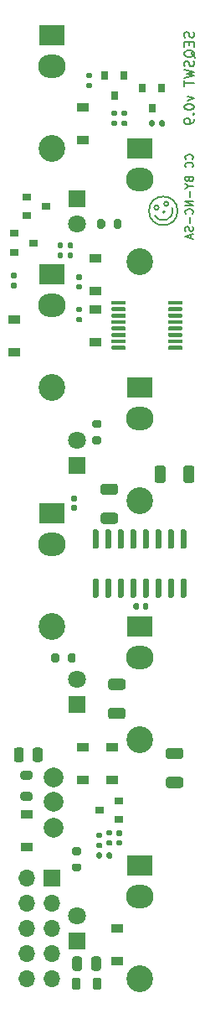
<source format=gbr>
G04 #@! TF.GenerationSoftware,KiCad,Pcbnew,(5.1.9)-1*
G04 #@! TF.CreationDate,2021-08-04T02:23:12+02:00*
G04 #@! TF.ProjectId,sequswit,73657175-7377-4697-942e-6b696361645f,rev?*
G04 #@! TF.SameCoordinates,Original*
G04 #@! TF.FileFunction,Soldermask,Bot*
G04 #@! TF.FilePolarity,Negative*
%FSLAX46Y46*%
G04 Gerber Fmt 4.6, Leading zero omitted, Abs format (unit mm)*
G04 Created by KiCad (PCBNEW (5.1.9)-1) date 2021-08-04 02:23:12*
%MOMM*%
%LPD*%
G01*
G04 APERTURE LIST*
%ADD10C,0.150000*%
%ADD11C,2.000000*%
%ADD12R,1.200000X0.900000*%
%ADD13O,1.700000X1.700000*%
%ADD14R,1.700000X1.700000*%
%ADD15C,1.800000*%
%ADD16R,1.800000X1.800000*%
%ADD17R,0.900000X0.800000*%
%ADD18R,0.800000X0.900000*%
%ADD19O,2.800000X2.350000*%
%ADD20R,2.600000X2.150000*%
%ADD21C,2.700000*%
G04 APERTURE END LIST*
D10*
X259365714Y-93802666D02*
X259403809Y-93764571D01*
X259441904Y-93650285D01*
X259441904Y-93574095D01*
X259403809Y-93459809D01*
X259327619Y-93383619D01*
X259251428Y-93345523D01*
X259099047Y-93307428D01*
X258984761Y-93307428D01*
X258832380Y-93345523D01*
X258756190Y-93383619D01*
X258680000Y-93459809D01*
X258641904Y-93574095D01*
X258641904Y-93650285D01*
X258680000Y-93764571D01*
X258718095Y-93802666D01*
X259365714Y-94602666D02*
X259403809Y-94564571D01*
X259441904Y-94450285D01*
X259441904Y-94374095D01*
X259403809Y-94259809D01*
X259327619Y-94183619D01*
X259251428Y-94145523D01*
X259099047Y-94107428D01*
X258984761Y-94107428D01*
X258832380Y-94145523D01*
X258756190Y-94183619D01*
X258680000Y-94259809D01*
X258641904Y-94374095D01*
X258641904Y-94450285D01*
X258680000Y-94564571D01*
X258718095Y-94602666D01*
X259022857Y-95821714D02*
X259060952Y-95936000D01*
X259099047Y-95974095D01*
X259175238Y-96012190D01*
X259289523Y-96012190D01*
X259365714Y-95974095D01*
X259403809Y-95936000D01*
X259441904Y-95859809D01*
X259441904Y-95555047D01*
X258641904Y-95555047D01*
X258641904Y-95821714D01*
X258680000Y-95897904D01*
X258718095Y-95936000D01*
X258794285Y-95974095D01*
X258870476Y-95974095D01*
X258946666Y-95936000D01*
X258984761Y-95897904D01*
X259022857Y-95821714D01*
X259022857Y-95555047D01*
X259060952Y-96507428D02*
X259441904Y-96507428D01*
X258641904Y-96240761D02*
X259060952Y-96507428D01*
X258641904Y-96774095D01*
X259137142Y-97040761D02*
X259137142Y-97650285D01*
X259441904Y-98031238D02*
X258641904Y-98031238D01*
X259441904Y-98488380D01*
X258641904Y-98488380D01*
X259365714Y-99326476D02*
X259403809Y-99288380D01*
X259441904Y-99174095D01*
X259441904Y-99097904D01*
X259403809Y-98983619D01*
X259327619Y-98907428D01*
X259251428Y-98869333D01*
X259099047Y-98831238D01*
X258984761Y-98831238D01*
X258832380Y-98869333D01*
X258756190Y-98907428D01*
X258680000Y-98983619D01*
X258641904Y-99097904D01*
X258641904Y-99174095D01*
X258680000Y-99288380D01*
X258718095Y-99326476D01*
X259137142Y-99669333D02*
X259137142Y-100278857D01*
X259403809Y-100621714D02*
X259441904Y-100736000D01*
X259441904Y-100926476D01*
X259403809Y-101002666D01*
X259365714Y-101040761D01*
X259289523Y-101078857D01*
X259213333Y-101078857D01*
X259137142Y-101040761D01*
X259099047Y-101002666D01*
X259060952Y-100926476D01*
X259022857Y-100774095D01*
X258984761Y-100697904D01*
X258946666Y-100659809D01*
X258870476Y-100621714D01*
X258794285Y-100621714D01*
X258718095Y-100659809D01*
X258680000Y-100697904D01*
X258641904Y-100774095D01*
X258641904Y-100964571D01*
X258680000Y-101078857D01*
X259213333Y-101383619D02*
X259213333Y-101764571D01*
X259441904Y-101307428D02*
X258641904Y-101574095D01*
X259441904Y-101840761D01*
X256566303Y-99123500D02*
G75*
G03*
X256566303Y-99123500I-89803J0D01*
G01*
X259484761Y-80955142D02*
X259532380Y-81098000D01*
X259532380Y-81336095D01*
X259484761Y-81431333D01*
X259437142Y-81478952D01*
X259341904Y-81526571D01*
X259246666Y-81526571D01*
X259151428Y-81478952D01*
X259103809Y-81431333D01*
X259056190Y-81336095D01*
X259008571Y-81145619D01*
X258960952Y-81050380D01*
X258913333Y-81002761D01*
X258818095Y-80955142D01*
X258722857Y-80955142D01*
X258627619Y-81002761D01*
X258580000Y-81050380D01*
X258532380Y-81145619D01*
X258532380Y-81383714D01*
X258580000Y-81526571D01*
X259008571Y-81955142D02*
X259008571Y-82288476D01*
X259532380Y-82431333D02*
X259532380Y-81955142D01*
X258532380Y-81955142D01*
X258532380Y-82431333D01*
X259627619Y-83526571D02*
X259580000Y-83431333D01*
X259484761Y-83336095D01*
X259341904Y-83193238D01*
X259294285Y-83098000D01*
X259294285Y-83002761D01*
X259532380Y-83050380D02*
X259484761Y-82955142D01*
X259389523Y-82859904D01*
X259199047Y-82812285D01*
X258865714Y-82812285D01*
X258675238Y-82859904D01*
X258580000Y-82955142D01*
X258532380Y-83050380D01*
X258532380Y-83240857D01*
X258580000Y-83336095D01*
X258675238Y-83431333D01*
X258865714Y-83478952D01*
X259199047Y-83478952D01*
X259389523Y-83431333D01*
X259484761Y-83336095D01*
X259532380Y-83240857D01*
X259532380Y-83050380D01*
X259484761Y-83859904D02*
X259532380Y-84002761D01*
X259532380Y-84240857D01*
X259484761Y-84336095D01*
X259437142Y-84383714D01*
X259341904Y-84431333D01*
X259246666Y-84431333D01*
X259151428Y-84383714D01*
X259103809Y-84336095D01*
X259056190Y-84240857D01*
X259008571Y-84050380D01*
X258960952Y-83955142D01*
X258913333Y-83907523D01*
X258818095Y-83859904D01*
X258722857Y-83859904D01*
X258627619Y-83907523D01*
X258580000Y-83955142D01*
X258532380Y-84050380D01*
X258532380Y-84288476D01*
X258580000Y-84431333D01*
X258532380Y-84764666D02*
X259532380Y-85002761D01*
X258818095Y-85193238D01*
X259532380Y-85383714D01*
X258532380Y-85621809D01*
X258532380Y-85859904D02*
X258532380Y-86431333D01*
X259532380Y-86145619D02*
X258532380Y-86145619D01*
X258865714Y-87431333D02*
X259532380Y-87669428D01*
X258865714Y-87907523D01*
X258532380Y-88478952D02*
X258532380Y-88574190D01*
X258580000Y-88669428D01*
X258627619Y-88717047D01*
X258722857Y-88764666D01*
X258913333Y-88812285D01*
X259151428Y-88812285D01*
X259341904Y-88764666D01*
X259437142Y-88717047D01*
X259484761Y-88669428D01*
X259532380Y-88574190D01*
X259532380Y-88478952D01*
X259484761Y-88383714D01*
X259437142Y-88336095D01*
X259341904Y-88288476D01*
X259151428Y-88240857D01*
X258913333Y-88240857D01*
X258722857Y-88288476D01*
X258627619Y-88336095D01*
X258580000Y-88383714D01*
X258532380Y-88478952D01*
X259437142Y-89240857D02*
X259484761Y-89288476D01*
X259532380Y-89240857D01*
X259484761Y-89193238D01*
X259437142Y-89240857D01*
X259532380Y-89240857D01*
X259532380Y-89764666D02*
X259532380Y-89955142D01*
X259484761Y-90050380D01*
X259437142Y-90098000D01*
X259294285Y-90193238D01*
X259103809Y-90240857D01*
X258722857Y-90240857D01*
X258627619Y-90193238D01*
X258580000Y-90145619D01*
X258532380Y-90050380D01*
X258532380Y-89859904D01*
X258580000Y-89764666D01*
X258627619Y-89717047D01*
X258722857Y-89669428D01*
X258960952Y-89669428D01*
X259056190Y-89717047D01*
X259103809Y-89764666D01*
X259151428Y-89859904D01*
X259151428Y-90050380D01*
X259103809Y-90145619D01*
X259056190Y-90193238D01*
X258960952Y-90240857D01*
X255943453Y-98679000D02*
G75*
G03*
X255943453Y-98679000I-228953J0D01*
G01*
X256959453Y-98298000D02*
G75*
G03*
X256959453Y-98298000I-228953J0D01*
G01*
X257302000Y-98742500D02*
G75*
G02*
X255587047Y-99483485I-889453J-296485D01*
G01*
X257862414Y-99007586D02*
G75*
G03*
X257862414Y-99007586I-1449414J0D01*
G01*
G04 #@! TO.C,R15*
G36*
G01*
X258181001Y-154355500D02*
X256930999Y-154355500D01*
G75*
G02*
X256681000Y-154105501I0J249999D01*
G01*
X256681000Y-153480499D01*
G75*
G02*
X256930999Y-153230500I249999J0D01*
G01*
X258181001Y-153230500D01*
G75*
G02*
X258431000Y-153480499I0J-249999D01*
G01*
X258431000Y-154105501D01*
G75*
G02*
X258181001Y-154355500I-249999J0D01*
G01*
G37*
G36*
G01*
X258181001Y-157280500D02*
X256930999Y-157280500D01*
G75*
G02*
X256681000Y-157030501I0J249999D01*
G01*
X256681000Y-156405499D01*
G75*
G02*
X256930999Y-156155500I249999J0D01*
G01*
X258181001Y-156155500D01*
G75*
G02*
X258431000Y-156405499I0J-249999D01*
G01*
X258431000Y-157030501D01*
G75*
G02*
X258181001Y-157280500I-249999J0D01*
G01*
G37*
G04 #@! TD*
G04 #@! TO.C,R14*
G36*
G01*
X252339001Y-147374500D02*
X251088999Y-147374500D01*
G75*
G02*
X250839000Y-147124501I0J249999D01*
G01*
X250839000Y-146499499D01*
G75*
G02*
X251088999Y-146249500I249999J0D01*
G01*
X252339001Y-146249500D01*
G75*
G02*
X252589000Y-146499499I0J-249999D01*
G01*
X252589000Y-147124501D01*
G75*
G02*
X252339001Y-147374500I-249999J0D01*
G01*
G37*
G36*
G01*
X252339001Y-150299500D02*
X251088999Y-150299500D01*
G75*
G02*
X250839000Y-150049501I0J249999D01*
G01*
X250839000Y-149424499D01*
G75*
G02*
X251088999Y-149174500I249999J0D01*
G01*
X252339001Y-149174500D01*
G75*
G02*
X252589000Y-149424499I0J-249999D01*
G01*
X252589000Y-150049501D01*
G75*
G02*
X252339001Y-150299500I-249999J0D01*
G01*
G37*
G04 #@! TD*
G04 #@! TO.C,R13*
G36*
G01*
X250326999Y-129485500D02*
X251577001Y-129485500D01*
G75*
G02*
X251827000Y-129735499I0J-249999D01*
G01*
X251827000Y-130360501D01*
G75*
G02*
X251577001Y-130610500I-249999J0D01*
G01*
X250326999Y-130610500D01*
G75*
G02*
X250077000Y-130360501I0J249999D01*
G01*
X250077000Y-129735499D01*
G75*
G02*
X250326999Y-129485500I249999J0D01*
G01*
G37*
G36*
G01*
X250326999Y-126560500D02*
X251577001Y-126560500D01*
G75*
G02*
X251827000Y-126810499I0J-249999D01*
G01*
X251827000Y-127435501D01*
G75*
G02*
X251577001Y-127685500I-249999J0D01*
G01*
X250326999Y-127685500D01*
G75*
G02*
X250077000Y-127435501I0J249999D01*
G01*
X250077000Y-126810499D01*
G75*
G02*
X250326999Y-126560500I249999J0D01*
G01*
G37*
G04 #@! TD*
G04 #@! TO.C,R2*
G36*
G01*
X256656000Y-124977999D02*
X256656000Y-126228001D01*
G75*
G02*
X256406001Y-126478000I-249999J0D01*
G01*
X255780999Y-126478000D01*
G75*
G02*
X255531000Y-126228001I0J249999D01*
G01*
X255531000Y-124977999D01*
G75*
G02*
X255780999Y-124728000I249999J0D01*
G01*
X256406001Y-124728000D01*
G75*
G02*
X256656000Y-124977999I0J-249999D01*
G01*
G37*
G36*
G01*
X259581000Y-124977999D02*
X259581000Y-126228001D01*
G75*
G02*
X259331001Y-126478000I-249999J0D01*
G01*
X258705999Y-126478000D01*
G75*
G02*
X258456000Y-126228001I0J249999D01*
G01*
X258456000Y-124977999D01*
G75*
G02*
X258705999Y-124728000I249999J0D01*
G01*
X259331001Y-124728000D01*
G75*
G02*
X259581000Y-124977999I0J-249999D01*
G01*
G37*
G04 #@! TD*
G04 #@! TO.C,R10*
G36*
G01*
X250206000Y-163899000D02*
X250206000Y-164269000D01*
G75*
G02*
X250071000Y-164404000I-135000J0D01*
G01*
X249801000Y-164404000D01*
G75*
G02*
X249666000Y-164269000I0J135000D01*
G01*
X249666000Y-163899000D01*
G75*
G02*
X249801000Y-163764000I135000J0D01*
G01*
X250071000Y-163764000D01*
G75*
G02*
X250206000Y-163899000I0J-135000D01*
G01*
G37*
G36*
G01*
X251226000Y-163899000D02*
X251226000Y-164269000D01*
G75*
G02*
X251091000Y-164404000I-135000J0D01*
G01*
X250821000Y-164404000D01*
G75*
G02*
X250686000Y-164269000I0J135000D01*
G01*
X250686000Y-163899000D01*
G75*
G02*
X250821000Y-163764000I135000J0D01*
G01*
X251091000Y-163764000D01*
G75*
G02*
X251226000Y-163899000I0J-135000D01*
G01*
G37*
G04 #@! TD*
D11*
G04 #@! TO.C,SW1*
X245340000Y-161290000D03*
X245340000Y-158670000D03*
X245340000Y-156210000D03*
G04 #@! TD*
G04 #@! TO.C,FB2*
G36*
G01*
X248041000Y-176656750D02*
X248041000Y-177419250D01*
G75*
G02*
X247822250Y-177638000I-218750J0D01*
G01*
X247384750Y-177638000D01*
G75*
G02*
X247166000Y-177419250I0J218750D01*
G01*
X247166000Y-176656750D01*
G75*
G02*
X247384750Y-176438000I218750J0D01*
G01*
X247822250Y-176438000D01*
G75*
G02*
X248041000Y-176656750I0J-218750D01*
G01*
G37*
G36*
G01*
X250166000Y-176656750D02*
X250166000Y-177419250D01*
G75*
G02*
X249947250Y-177638000I-218750J0D01*
G01*
X249509750Y-177638000D01*
G75*
G02*
X249291000Y-177419250I0J218750D01*
G01*
X249291000Y-176656750D01*
G75*
G02*
X249509750Y-176438000I218750J0D01*
G01*
X249947250Y-176438000D01*
G75*
G02*
X250166000Y-176656750I0J-218750D01*
G01*
G37*
G04 #@! TD*
G04 #@! TO.C,FB1*
G36*
G01*
X242188750Y-157677500D02*
X242951250Y-157677500D01*
G75*
G02*
X243170000Y-157896250I0J-218750D01*
G01*
X243170000Y-158333750D01*
G75*
G02*
X242951250Y-158552500I-218750J0D01*
G01*
X242188750Y-158552500D01*
G75*
G02*
X241970000Y-158333750I0J218750D01*
G01*
X241970000Y-157896250D01*
G75*
G02*
X242188750Y-157677500I218750J0D01*
G01*
G37*
G36*
G01*
X242188750Y-155552500D02*
X242951250Y-155552500D01*
G75*
G02*
X243170000Y-155771250I0J-218750D01*
G01*
X243170000Y-156208750D01*
G75*
G02*
X242951250Y-156427500I-218750J0D01*
G01*
X242188750Y-156427500D01*
G75*
G02*
X241970000Y-156208750I0J218750D01*
G01*
X241970000Y-155771250D01*
G75*
G02*
X242188750Y-155552500I218750J0D01*
G01*
G37*
G04 #@! TD*
D12*
G04 #@! TO.C,D12*
X251714000Y-174752000D03*
X251714000Y-171452000D03*
G04 #@! TD*
G04 #@! TO.C,D11*
X242570000Y-163195000D03*
X242570000Y-159895000D03*
G04 #@! TD*
G04 #@! TO.C,C6*
G36*
G01*
X249116000Y-175481000D02*
X249116000Y-174531000D01*
G75*
G02*
X249366000Y-174281000I250000J0D01*
G01*
X249866000Y-174281000D01*
G75*
G02*
X250116000Y-174531000I0J-250000D01*
G01*
X250116000Y-175481000D01*
G75*
G02*
X249866000Y-175731000I-250000J0D01*
G01*
X249366000Y-175731000D01*
G75*
G02*
X249116000Y-175481000I0J250000D01*
G01*
G37*
G36*
G01*
X247216000Y-175481000D02*
X247216000Y-174531000D01*
G75*
G02*
X247466000Y-174281000I250000J0D01*
G01*
X247966000Y-174281000D01*
G75*
G02*
X248216000Y-174531000I0J-250000D01*
G01*
X248216000Y-175481000D01*
G75*
G02*
X247966000Y-175731000I-250000J0D01*
G01*
X247466000Y-175731000D01*
G75*
G02*
X247216000Y-175481000I0J250000D01*
G01*
G37*
G04 #@! TD*
G04 #@! TO.C,C5*
G36*
G01*
X242308000Y-153449000D02*
X242308000Y-154399000D01*
G75*
G02*
X242058000Y-154649000I-250000J0D01*
G01*
X241558000Y-154649000D01*
G75*
G02*
X241308000Y-154399000I0J250000D01*
G01*
X241308000Y-153449000D01*
G75*
G02*
X241558000Y-153199000I250000J0D01*
G01*
X242058000Y-153199000D01*
G75*
G02*
X242308000Y-153449000I0J-250000D01*
G01*
G37*
G36*
G01*
X244208000Y-153449000D02*
X244208000Y-154399000D01*
G75*
G02*
X243958000Y-154649000I-250000J0D01*
G01*
X243458000Y-154649000D01*
G75*
G02*
X243208000Y-154399000I0J250000D01*
G01*
X243208000Y-153449000D01*
G75*
G02*
X243458000Y-153199000I250000J0D01*
G01*
X243958000Y-153199000D01*
G75*
G02*
X244208000Y-153449000I0J-250000D01*
G01*
G37*
G04 #@! TD*
D13*
G04 #@! TO.C,J8*
X242570000Y-176530000D03*
X245110000Y-176530000D03*
X242570000Y-173990000D03*
X245110000Y-173990000D03*
X242570000Y-171450000D03*
X245110000Y-171450000D03*
X242570000Y-168910000D03*
X245110000Y-168910000D03*
X242570000Y-166370000D03*
D14*
X245110000Y-166370000D03*
G04 #@! TD*
D15*
G04 #@! TO.C,D10*
X247650000Y-170180000D03*
D16*
X247650000Y-172720000D03*
G04 #@! TD*
D15*
G04 #@! TO.C,D9*
X247650000Y-146304000D03*
D16*
X247650000Y-148844000D03*
G04 #@! TD*
D15*
G04 #@! TO.C,D8*
X247650000Y-122174000D03*
D16*
X247650000Y-124714000D03*
G04 #@! TD*
D15*
G04 #@! TO.C,D7*
X247650000Y-100330000D03*
D16*
X247650000Y-97790000D03*
G04 #@! TD*
G04 #@! TO.C,R19*
G36*
G01*
X247925000Y-164040000D02*
X247375000Y-164040000D01*
G75*
G02*
X247175000Y-163840000I0J200000D01*
G01*
X247175000Y-163440000D01*
G75*
G02*
X247375000Y-163240000I200000J0D01*
G01*
X247925000Y-163240000D01*
G75*
G02*
X248125000Y-163440000I0J-200000D01*
G01*
X248125000Y-163840000D01*
G75*
G02*
X247925000Y-164040000I-200000J0D01*
G01*
G37*
G36*
G01*
X247925000Y-165690000D02*
X247375000Y-165690000D01*
G75*
G02*
X247175000Y-165490000I0J200000D01*
G01*
X247175000Y-165090000D01*
G75*
G02*
X247375000Y-164890000I200000J0D01*
G01*
X247925000Y-164890000D01*
G75*
G02*
X248125000Y-165090000I0J-200000D01*
G01*
X248125000Y-165490000D01*
G75*
G02*
X247925000Y-165690000I-200000J0D01*
G01*
G37*
G04 #@! TD*
G04 #@! TO.C,R18*
G36*
G01*
X245891000Y-143870000D02*
X245891000Y-144420000D01*
G75*
G02*
X245691000Y-144620000I-200000J0D01*
G01*
X245291000Y-144620000D01*
G75*
G02*
X245091000Y-144420000I0J200000D01*
G01*
X245091000Y-143870000D01*
G75*
G02*
X245291000Y-143670000I200000J0D01*
G01*
X245691000Y-143670000D01*
G75*
G02*
X245891000Y-143870000I0J-200000D01*
G01*
G37*
G36*
G01*
X247541000Y-143870000D02*
X247541000Y-144420000D01*
G75*
G02*
X247341000Y-144620000I-200000J0D01*
G01*
X246941000Y-144620000D01*
G75*
G02*
X246741000Y-144420000I0J200000D01*
G01*
X246741000Y-143870000D01*
G75*
G02*
X246941000Y-143670000I200000J0D01*
G01*
X247341000Y-143670000D01*
G75*
G02*
X247541000Y-143870000I0J-200000D01*
G01*
G37*
G04 #@! TD*
G04 #@! TO.C,R17*
G36*
G01*
X249957000Y-120924000D02*
X249407000Y-120924000D01*
G75*
G02*
X249207000Y-120724000I0J200000D01*
G01*
X249207000Y-120324000D01*
G75*
G02*
X249407000Y-120124000I200000J0D01*
G01*
X249957000Y-120124000D01*
G75*
G02*
X250157000Y-120324000I0J-200000D01*
G01*
X250157000Y-120724000D01*
G75*
G02*
X249957000Y-120924000I-200000J0D01*
G01*
G37*
G36*
G01*
X249957000Y-122574000D02*
X249407000Y-122574000D01*
G75*
G02*
X249207000Y-122374000I0J200000D01*
G01*
X249207000Y-121974000D01*
G75*
G02*
X249407000Y-121774000I200000J0D01*
G01*
X249957000Y-121774000D01*
G75*
G02*
X250157000Y-121974000I0J-200000D01*
G01*
X250157000Y-122374000D01*
G75*
G02*
X249957000Y-122574000I-200000J0D01*
G01*
G37*
G04 #@! TD*
G04 #@! TO.C,R16*
G36*
G01*
X251377000Y-100605000D02*
X251377000Y-100055000D01*
G75*
G02*
X251577000Y-99855000I200000J0D01*
G01*
X251977000Y-99855000D01*
G75*
G02*
X252177000Y-100055000I0J-200000D01*
G01*
X252177000Y-100605000D01*
G75*
G02*
X251977000Y-100805000I-200000J0D01*
G01*
X251577000Y-100805000D01*
G75*
G02*
X251377000Y-100605000I0J200000D01*
G01*
G37*
G36*
G01*
X249727000Y-100605000D02*
X249727000Y-100055000D01*
G75*
G02*
X249927000Y-99855000I200000J0D01*
G01*
X250327000Y-99855000D01*
G75*
G02*
X250527000Y-100055000I0J-200000D01*
G01*
X250527000Y-100605000D01*
G75*
G02*
X250327000Y-100805000I-200000J0D01*
G01*
X249927000Y-100805000D01*
G75*
G02*
X249727000Y-100605000I0J200000D01*
G01*
G37*
G04 #@! TD*
G04 #@! TO.C,R12*
G36*
G01*
X250121000Y-162320000D02*
X249751000Y-162320000D01*
G75*
G02*
X249616000Y-162185000I0J135000D01*
G01*
X249616000Y-161915000D01*
G75*
G02*
X249751000Y-161780000I135000J0D01*
G01*
X250121000Y-161780000D01*
G75*
G02*
X250256000Y-161915000I0J-135000D01*
G01*
X250256000Y-162185000D01*
G75*
G02*
X250121000Y-162320000I-135000J0D01*
G01*
G37*
G36*
G01*
X250121000Y-163340000D02*
X249751000Y-163340000D01*
G75*
G02*
X249616000Y-163205000I0J135000D01*
G01*
X249616000Y-162935000D01*
G75*
G02*
X249751000Y-162800000I135000J0D01*
G01*
X250121000Y-162800000D01*
G75*
G02*
X250256000Y-162935000I0J-135000D01*
G01*
X250256000Y-163205000D01*
G75*
G02*
X250121000Y-163340000I-135000J0D01*
G01*
G37*
G04 #@! TD*
G04 #@! TO.C,R11*
G36*
G01*
X250767000Y-162546000D02*
X251137000Y-162546000D01*
G75*
G02*
X251272000Y-162681000I0J-135000D01*
G01*
X251272000Y-162951000D01*
G75*
G02*
X251137000Y-163086000I-135000J0D01*
G01*
X250767000Y-163086000D01*
G75*
G02*
X250632000Y-162951000I0J135000D01*
G01*
X250632000Y-162681000D01*
G75*
G02*
X250767000Y-162546000I135000J0D01*
G01*
G37*
G36*
G01*
X250767000Y-161526000D02*
X251137000Y-161526000D01*
G75*
G02*
X251272000Y-161661000I0J-135000D01*
G01*
X251272000Y-161931000D01*
G75*
G02*
X251137000Y-162066000I-135000J0D01*
G01*
X250767000Y-162066000D01*
G75*
G02*
X250632000Y-161931000I0J135000D01*
G01*
X250632000Y-161661000D01*
G75*
G02*
X250767000Y-161526000I135000J0D01*
G01*
G37*
G04 #@! TD*
D17*
G04 #@! TO.C,Q5*
X249952000Y-159512000D03*
X251952000Y-160462000D03*
X251952000Y-158562000D03*
G04 #@! TD*
D12*
G04 #@! TO.C,D6*
X248285000Y-156462000D03*
X248285000Y-153162000D03*
G04 #@! TD*
G04 #@! TO.C,D5*
X251206000Y-156462000D03*
X251206000Y-153162000D03*
G04 #@! TD*
G04 #@! TO.C,C4*
G36*
G01*
X253955000Y-138768000D02*
X253955000Y-139108000D01*
G75*
G02*
X253815000Y-139248000I-140000J0D01*
G01*
X253535000Y-139248000D01*
G75*
G02*
X253395000Y-139108000I0J140000D01*
G01*
X253395000Y-138768000D01*
G75*
G02*
X253535000Y-138628000I140000J0D01*
G01*
X253815000Y-138628000D01*
G75*
G02*
X253955000Y-138768000I0J-140000D01*
G01*
G37*
G36*
G01*
X254915000Y-138768000D02*
X254915000Y-139108000D01*
G75*
G02*
X254775000Y-139248000I-140000J0D01*
G01*
X254495000Y-139248000D01*
G75*
G02*
X254355000Y-139108000I0J140000D01*
G01*
X254355000Y-138768000D01*
G75*
G02*
X254495000Y-138628000I140000J0D01*
G01*
X254775000Y-138628000D01*
G75*
G02*
X254915000Y-138768000I0J-140000D01*
G01*
G37*
G04 #@! TD*
G04 #@! TO.C,C3*
G36*
G01*
X247566000Y-128324000D02*
X247226000Y-128324000D01*
G75*
G02*
X247086000Y-128184000I0J140000D01*
G01*
X247086000Y-127904000D01*
G75*
G02*
X247226000Y-127764000I140000J0D01*
G01*
X247566000Y-127764000D01*
G75*
G02*
X247706000Y-127904000I0J-140000D01*
G01*
X247706000Y-128184000D01*
G75*
G02*
X247566000Y-128324000I-140000J0D01*
G01*
G37*
G36*
G01*
X247566000Y-129284000D02*
X247226000Y-129284000D01*
G75*
G02*
X247086000Y-129144000I0J140000D01*
G01*
X247086000Y-128864000D01*
G75*
G02*
X247226000Y-128724000I140000J0D01*
G01*
X247566000Y-128724000D01*
G75*
G02*
X247706000Y-128864000I0J-140000D01*
G01*
X247706000Y-129144000D01*
G75*
G02*
X247566000Y-129284000I-140000J0D01*
G01*
G37*
G04 #@! TD*
G04 #@! TO.C,C2*
G36*
G01*
X247734000Y-106400000D02*
X248074000Y-106400000D01*
G75*
G02*
X248214000Y-106540000I0J-140000D01*
G01*
X248214000Y-106820000D01*
G75*
G02*
X248074000Y-106960000I-140000J0D01*
G01*
X247734000Y-106960000D01*
G75*
G02*
X247594000Y-106820000I0J140000D01*
G01*
X247594000Y-106540000D01*
G75*
G02*
X247734000Y-106400000I140000J0D01*
G01*
G37*
G36*
G01*
X247734000Y-105440000D02*
X248074000Y-105440000D01*
G75*
G02*
X248214000Y-105580000I0J-140000D01*
G01*
X248214000Y-105860000D01*
G75*
G02*
X248074000Y-106000000I-140000J0D01*
G01*
X247734000Y-106000000D01*
G75*
G02*
X247594000Y-105860000I0J140000D01*
G01*
X247594000Y-105580000D01*
G75*
G02*
X247734000Y-105440000I140000J0D01*
G01*
G37*
G04 #@! TD*
G04 #@! TO.C,C1*
G36*
G01*
X251798000Y-162534000D02*
X252138000Y-162534000D01*
G75*
G02*
X252278000Y-162674000I0J-140000D01*
G01*
X252278000Y-162954000D01*
G75*
G02*
X252138000Y-163094000I-140000J0D01*
G01*
X251798000Y-163094000D01*
G75*
G02*
X251658000Y-162954000I0J140000D01*
G01*
X251658000Y-162674000D01*
G75*
G02*
X251798000Y-162534000I140000J0D01*
G01*
G37*
G36*
G01*
X251798000Y-161574000D02*
X252138000Y-161574000D01*
G75*
G02*
X252278000Y-161714000I0J-140000D01*
G01*
X252278000Y-161994000D01*
G75*
G02*
X252138000Y-162134000I-140000J0D01*
G01*
X251798000Y-162134000D01*
G75*
G02*
X251658000Y-161994000I0J140000D01*
G01*
X251658000Y-161714000D01*
G75*
G02*
X251798000Y-161574000I140000J0D01*
G01*
G37*
G04 #@! TD*
G04 #@! TO.C,R9*
G36*
G01*
X248089000Y-109236000D02*
X247719000Y-109236000D01*
G75*
G02*
X247584000Y-109101000I0J135000D01*
G01*
X247584000Y-108831000D01*
G75*
G02*
X247719000Y-108696000I135000J0D01*
G01*
X248089000Y-108696000D01*
G75*
G02*
X248224000Y-108831000I0J-135000D01*
G01*
X248224000Y-109101000D01*
G75*
G02*
X248089000Y-109236000I-135000J0D01*
G01*
G37*
G36*
G01*
X248089000Y-110256000D02*
X247719000Y-110256000D01*
G75*
G02*
X247584000Y-110121000I0J135000D01*
G01*
X247584000Y-109851000D01*
G75*
G02*
X247719000Y-109716000I135000J0D01*
G01*
X248089000Y-109716000D01*
G75*
G02*
X248224000Y-109851000I0J-135000D01*
G01*
X248224000Y-110121000D01*
G75*
G02*
X248089000Y-110256000I-135000J0D01*
G01*
G37*
G04 #@! TD*
G04 #@! TO.C,R8*
G36*
G01*
X256018000Y-90355000D02*
X256018000Y-89985000D01*
G75*
G02*
X256153000Y-89850000I135000J0D01*
G01*
X256423000Y-89850000D01*
G75*
G02*
X256558000Y-89985000I0J-135000D01*
G01*
X256558000Y-90355000D01*
G75*
G02*
X256423000Y-90490000I-135000J0D01*
G01*
X256153000Y-90490000D01*
G75*
G02*
X256018000Y-90355000I0J135000D01*
G01*
G37*
G36*
G01*
X254998000Y-90355000D02*
X254998000Y-89985000D01*
G75*
G02*
X255133000Y-89850000I135000J0D01*
G01*
X255403000Y-89850000D01*
G75*
G02*
X255538000Y-89985000I0J-135000D01*
G01*
X255538000Y-90355000D01*
G75*
G02*
X255403000Y-90490000I-135000J0D01*
G01*
X255133000Y-90490000D01*
G75*
G02*
X254998000Y-90355000I0J135000D01*
G01*
G37*
G04 #@! TD*
G04 #@! TO.C,R7*
G36*
G01*
X246747000Y-102674000D02*
X246747000Y-102304000D01*
G75*
G02*
X246882000Y-102169000I135000J0D01*
G01*
X247152000Y-102169000D01*
G75*
G02*
X247287000Y-102304000I0J-135000D01*
G01*
X247287000Y-102674000D01*
G75*
G02*
X247152000Y-102809000I-135000J0D01*
G01*
X246882000Y-102809000D01*
G75*
G02*
X246747000Y-102674000I0J135000D01*
G01*
G37*
G36*
G01*
X245727000Y-102674000D02*
X245727000Y-102304000D01*
G75*
G02*
X245862000Y-102169000I135000J0D01*
G01*
X246132000Y-102169000D01*
G75*
G02*
X246267000Y-102304000I0J-135000D01*
G01*
X246267000Y-102674000D01*
G75*
G02*
X246132000Y-102809000I-135000J0D01*
G01*
X245862000Y-102809000D01*
G75*
G02*
X245727000Y-102674000I0J135000D01*
G01*
G37*
G04 #@! TD*
G04 #@! TO.C,R6*
G36*
G01*
X246265000Y-103320000D02*
X246265000Y-103690000D01*
G75*
G02*
X246130000Y-103825000I-135000J0D01*
G01*
X245860000Y-103825000D01*
G75*
G02*
X245725000Y-103690000I0J135000D01*
G01*
X245725000Y-103320000D01*
G75*
G02*
X245860000Y-103185000I135000J0D01*
G01*
X246130000Y-103185000D01*
G75*
G02*
X246265000Y-103320000I0J-135000D01*
G01*
G37*
G36*
G01*
X247285000Y-103320000D02*
X247285000Y-103690000D01*
G75*
G02*
X247150000Y-103825000I-135000J0D01*
G01*
X246880000Y-103825000D01*
G75*
G02*
X246745000Y-103690000I0J135000D01*
G01*
X246745000Y-103320000D01*
G75*
G02*
X246880000Y-103185000I135000J0D01*
G01*
X247150000Y-103185000D01*
G75*
G02*
X247285000Y-103320000I0J-135000D01*
G01*
G37*
G04 #@! TD*
G04 #@! TO.C,R5*
G36*
G01*
X251645000Y-89420000D02*
X251275000Y-89420000D01*
G75*
G02*
X251140000Y-89285000I0J135000D01*
G01*
X251140000Y-89015000D01*
G75*
G02*
X251275000Y-88880000I135000J0D01*
G01*
X251645000Y-88880000D01*
G75*
G02*
X251780000Y-89015000I0J-135000D01*
G01*
X251780000Y-89285000D01*
G75*
G02*
X251645000Y-89420000I-135000J0D01*
G01*
G37*
G36*
G01*
X251645000Y-90440000D02*
X251275000Y-90440000D01*
G75*
G02*
X251140000Y-90305000I0J135000D01*
G01*
X251140000Y-90035000D01*
G75*
G02*
X251275000Y-89900000I135000J0D01*
G01*
X251645000Y-89900000D01*
G75*
G02*
X251780000Y-90035000I0J-135000D01*
G01*
X251780000Y-90305000D01*
G75*
G02*
X251645000Y-90440000I-135000J0D01*
G01*
G37*
G04 #@! TD*
G04 #@! TO.C,R4*
G36*
G01*
X241115000Y-106285000D02*
X241485000Y-106285000D01*
G75*
G02*
X241620000Y-106420000I0J-135000D01*
G01*
X241620000Y-106690000D01*
G75*
G02*
X241485000Y-106825000I-135000J0D01*
G01*
X241115000Y-106825000D01*
G75*
G02*
X240980000Y-106690000I0J135000D01*
G01*
X240980000Y-106420000D01*
G75*
G02*
X241115000Y-106285000I135000J0D01*
G01*
G37*
G36*
G01*
X241115000Y-105265000D02*
X241485000Y-105265000D01*
G75*
G02*
X241620000Y-105400000I0J-135000D01*
G01*
X241620000Y-105670000D01*
G75*
G02*
X241485000Y-105805000I-135000J0D01*
G01*
X241115000Y-105805000D01*
G75*
G02*
X240980000Y-105670000I0J135000D01*
G01*
X240980000Y-105400000D01*
G75*
G02*
X241115000Y-105265000I135000J0D01*
G01*
G37*
G04 #@! TD*
D17*
G04 #@! TO.C,Q4*
X244586000Y-98552000D03*
X242586000Y-97602000D03*
X242586000Y-99502000D03*
G04 #@! TD*
G04 #@! TO.C,Q3*
X243300000Y-102235000D03*
X241300000Y-101285000D03*
X241300000Y-103185000D03*
G04 #@! TD*
D18*
G04 #@! TO.C,Q2*
X251460000Y-87360000D03*
X252410000Y-85360000D03*
X250510000Y-85360000D03*
G04 #@! TD*
D12*
G04 #@! TO.C,D4*
X241300000Y-113283000D03*
X241300000Y-109983000D03*
G04 #@! TD*
G04 #@! TO.C,D3*
X249555000Y-112266000D03*
X249555000Y-108966000D03*
G04 #@! TD*
G04 #@! TO.C,D2*
X249555000Y-103761000D03*
X249555000Y-107061000D03*
G04 #@! TD*
G04 #@! TO.C,R3*
G36*
G01*
X252291000Y-89902000D02*
X252661000Y-89902000D01*
G75*
G02*
X252796000Y-90037000I0J-135000D01*
G01*
X252796000Y-90307000D01*
G75*
G02*
X252661000Y-90442000I-135000J0D01*
G01*
X252291000Y-90442000D01*
G75*
G02*
X252156000Y-90307000I0J135000D01*
G01*
X252156000Y-90037000D01*
G75*
G02*
X252291000Y-89902000I135000J0D01*
G01*
G37*
G36*
G01*
X252291000Y-88882000D02*
X252661000Y-88882000D01*
G75*
G02*
X252796000Y-89017000I0J-135000D01*
G01*
X252796000Y-89287000D01*
G75*
G02*
X252661000Y-89422000I-135000J0D01*
G01*
X252291000Y-89422000D01*
G75*
G02*
X252156000Y-89287000I0J135000D01*
G01*
X252156000Y-89017000D01*
G75*
G02*
X252291000Y-88882000I135000J0D01*
G01*
G37*
G04 #@! TD*
D18*
G04 #@! TO.C,Q1*
X255270000Y-88630000D03*
X256220000Y-86630000D03*
X254320000Y-86630000D03*
G04 #@! TD*
G04 #@! TO.C,R1*
G36*
G01*
X248735000Y-86090000D02*
X249105000Y-86090000D01*
G75*
G02*
X249240000Y-86225000I0J-135000D01*
G01*
X249240000Y-86495000D01*
G75*
G02*
X249105000Y-86630000I-135000J0D01*
G01*
X248735000Y-86630000D01*
G75*
G02*
X248600000Y-86495000I0J135000D01*
G01*
X248600000Y-86225000D01*
G75*
G02*
X248735000Y-86090000I135000J0D01*
G01*
G37*
G36*
G01*
X248735000Y-85070000D02*
X249105000Y-85070000D01*
G75*
G02*
X249240000Y-85205000I0J-135000D01*
G01*
X249240000Y-85475000D01*
G75*
G02*
X249105000Y-85610000I-135000J0D01*
G01*
X248735000Y-85610000D01*
G75*
G02*
X248600000Y-85475000I0J135000D01*
G01*
X248600000Y-85205000D01*
G75*
G02*
X248735000Y-85070000I135000J0D01*
G01*
G37*
G04 #@! TD*
D12*
G04 #@! TO.C,D1*
X248285000Y-91820000D03*
X248285000Y-88520000D03*
G04 #@! TD*
G04 #@! TO.C,U1*
G36*
G01*
X252637000Y-108186000D02*
X252637000Y-108386000D01*
G75*
G02*
X252537000Y-108486000I-100000J0D01*
G01*
X251262000Y-108486000D01*
G75*
G02*
X251162000Y-108386000I0J100000D01*
G01*
X251162000Y-108186000D01*
G75*
G02*
X251262000Y-108086000I100000J0D01*
G01*
X252537000Y-108086000D01*
G75*
G02*
X252637000Y-108186000I0J-100000D01*
G01*
G37*
G36*
G01*
X252637000Y-108836000D02*
X252637000Y-109036000D01*
G75*
G02*
X252537000Y-109136000I-100000J0D01*
G01*
X251262000Y-109136000D01*
G75*
G02*
X251162000Y-109036000I0J100000D01*
G01*
X251162000Y-108836000D01*
G75*
G02*
X251262000Y-108736000I100000J0D01*
G01*
X252537000Y-108736000D01*
G75*
G02*
X252637000Y-108836000I0J-100000D01*
G01*
G37*
G36*
G01*
X252637000Y-109486000D02*
X252637000Y-109686000D01*
G75*
G02*
X252537000Y-109786000I-100000J0D01*
G01*
X251262000Y-109786000D01*
G75*
G02*
X251162000Y-109686000I0J100000D01*
G01*
X251162000Y-109486000D01*
G75*
G02*
X251262000Y-109386000I100000J0D01*
G01*
X252537000Y-109386000D01*
G75*
G02*
X252637000Y-109486000I0J-100000D01*
G01*
G37*
G36*
G01*
X252637000Y-110136000D02*
X252637000Y-110336000D01*
G75*
G02*
X252537000Y-110436000I-100000J0D01*
G01*
X251262000Y-110436000D01*
G75*
G02*
X251162000Y-110336000I0J100000D01*
G01*
X251162000Y-110136000D01*
G75*
G02*
X251262000Y-110036000I100000J0D01*
G01*
X252537000Y-110036000D01*
G75*
G02*
X252637000Y-110136000I0J-100000D01*
G01*
G37*
G36*
G01*
X252637000Y-110786000D02*
X252637000Y-110986000D01*
G75*
G02*
X252537000Y-111086000I-100000J0D01*
G01*
X251262000Y-111086000D01*
G75*
G02*
X251162000Y-110986000I0J100000D01*
G01*
X251162000Y-110786000D01*
G75*
G02*
X251262000Y-110686000I100000J0D01*
G01*
X252537000Y-110686000D01*
G75*
G02*
X252637000Y-110786000I0J-100000D01*
G01*
G37*
G36*
G01*
X252637000Y-111436000D02*
X252637000Y-111636000D01*
G75*
G02*
X252537000Y-111736000I-100000J0D01*
G01*
X251262000Y-111736000D01*
G75*
G02*
X251162000Y-111636000I0J100000D01*
G01*
X251162000Y-111436000D01*
G75*
G02*
X251262000Y-111336000I100000J0D01*
G01*
X252537000Y-111336000D01*
G75*
G02*
X252637000Y-111436000I0J-100000D01*
G01*
G37*
G36*
G01*
X252637000Y-112086000D02*
X252637000Y-112286000D01*
G75*
G02*
X252537000Y-112386000I-100000J0D01*
G01*
X251262000Y-112386000D01*
G75*
G02*
X251162000Y-112286000I0J100000D01*
G01*
X251162000Y-112086000D01*
G75*
G02*
X251262000Y-111986000I100000J0D01*
G01*
X252537000Y-111986000D01*
G75*
G02*
X252637000Y-112086000I0J-100000D01*
G01*
G37*
G36*
G01*
X252637000Y-112736000D02*
X252637000Y-112936000D01*
G75*
G02*
X252537000Y-113036000I-100000J0D01*
G01*
X251262000Y-113036000D01*
G75*
G02*
X251162000Y-112936000I0J100000D01*
G01*
X251162000Y-112736000D01*
G75*
G02*
X251262000Y-112636000I100000J0D01*
G01*
X252537000Y-112636000D01*
G75*
G02*
X252637000Y-112736000I0J-100000D01*
G01*
G37*
G36*
G01*
X258362000Y-112736000D02*
X258362000Y-112936000D01*
G75*
G02*
X258262000Y-113036000I-100000J0D01*
G01*
X256987000Y-113036000D01*
G75*
G02*
X256887000Y-112936000I0J100000D01*
G01*
X256887000Y-112736000D01*
G75*
G02*
X256987000Y-112636000I100000J0D01*
G01*
X258262000Y-112636000D01*
G75*
G02*
X258362000Y-112736000I0J-100000D01*
G01*
G37*
G36*
G01*
X258362000Y-112086000D02*
X258362000Y-112286000D01*
G75*
G02*
X258262000Y-112386000I-100000J0D01*
G01*
X256987000Y-112386000D01*
G75*
G02*
X256887000Y-112286000I0J100000D01*
G01*
X256887000Y-112086000D01*
G75*
G02*
X256987000Y-111986000I100000J0D01*
G01*
X258262000Y-111986000D01*
G75*
G02*
X258362000Y-112086000I0J-100000D01*
G01*
G37*
G36*
G01*
X258362000Y-111436000D02*
X258362000Y-111636000D01*
G75*
G02*
X258262000Y-111736000I-100000J0D01*
G01*
X256987000Y-111736000D01*
G75*
G02*
X256887000Y-111636000I0J100000D01*
G01*
X256887000Y-111436000D01*
G75*
G02*
X256987000Y-111336000I100000J0D01*
G01*
X258262000Y-111336000D01*
G75*
G02*
X258362000Y-111436000I0J-100000D01*
G01*
G37*
G36*
G01*
X258362000Y-110786000D02*
X258362000Y-110986000D01*
G75*
G02*
X258262000Y-111086000I-100000J0D01*
G01*
X256987000Y-111086000D01*
G75*
G02*
X256887000Y-110986000I0J100000D01*
G01*
X256887000Y-110786000D01*
G75*
G02*
X256987000Y-110686000I100000J0D01*
G01*
X258262000Y-110686000D01*
G75*
G02*
X258362000Y-110786000I0J-100000D01*
G01*
G37*
G36*
G01*
X258362000Y-110136000D02*
X258362000Y-110336000D01*
G75*
G02*
X258262000Y-110436000I-100000J0D01*
G01*
X256987000Y-110436000D01*
G75*
G02*
X256887000Y-110336000I0J100000D01*
G01*
X256887000Y-110136000D01*
G75*
G02*
X256987000Y-110036000I100000J0D01*
G01*
X258262000Y-110036000D01*
G75*
G02*
X258362000Y-110136000I0J-100000D01*
G01*
G37*
G36*
G01*
X258362000Y-109486000D02*
X258362000Y-109686000D01*
G75*
G02*
X258262000Y-109786000I-100000J0D01*
G01*
X256987000Y-109786000D01*
G75*
G02*
X256887000Y-109686000I0J100000D01*
G01*
X256887000Y-109486000D01*
G75*
G02*
X256987000Y-109386000I100000J0D01*
G01*
X258262000Y-109386000D01*
G75*
G02*
X258362000Y-109486000I0J-100000D01*
G01*
G37*
G36*
G01*
X258362000Y-108836000D02*
X258362000Y-109036000D01*
G75*
G02*
X258262000Y-109136000I-100000J0D01*
G01*
X256987000Y-109136000D01*
G75*
G02*
X256887000Y-109036000I0J100000D01*
G01*
X256887000Y-108836000D01*
G75*
G02*
X256987000Y-108736000I100000J0D01*
G01*
X258262000Y-108736000D01*
G75*
G02*
X258362000Y-108836000I0J-100000D01*
G01*
G37*
G36*
G01*
X258362000Y-108186000D02*
X258362000Y-108386000D01*
G75*
G02*
X258262000Y-108486000I-100000J0D01*
G01*
X256987000Y-108486000D01*
G75*
G02*
X256887000Y-108386000I0J100000D01*
G01*
X256887000Y-108186000D01*
G75*
G02*
X256987000Y-108086000I100000J0D01*
G01*
X258262000Y-108086000D01*
G75*
G02*
X258362000Y-108186000I0J-100000D01*
G01*
G37*
G04 #@! TD*
G04 #@! TO.C,U2*
G36*
G01*
X258595000Y-133120000D02*
X258295000Y-133120000D01*
G75*
G02*
X258145000Y-132970000I0J150000D01*
G01*
X258145000Y-131320000D01*
G75*
G02*
X258295000Y-131170000I150000J0D01*
G01*
X258595000Y-131170000D01*
G75*
G02*
X258745000Y-131320000I0J-150000D01*
G01*
X258745000Y-132970000D01*
G75*
G02*
X258595000Y-133120000I-150000J0D01*
G01*
G37*
G36*
G01*
X257325000Y-133120000D02*
X257025000Y-133120000D01*
G75*
G02*
X256875000Y-132970000I0J150000D01*
G01*
X256875000Y-131320000D01*
G75*
G02*
X257025000Y-131170000I150000J0D01*
G01*
X257325000Y-131170000D01*
G75*
G02*
X257475000Y-131320000I0J-150000D01*
G01*
X257475000Y-132970000D01*
G75*
G02*
X257325000Y-133120000I-150000J0D01*
G01*
G37*
G36*
G01*
X256055000Y-133120000D02*
X255755000Y-133120000D01*
G75*
G02*
X255605000Y-132970000I0J150000D01*
G01*
X255605000Y-131320000D01*
G75*
G02*
X255755000Y-131170000I150000J0D01*
G01*
X256055000Y-131170000D01*
G75*
G02*
X256205000Y-131320000I0J-150000D01*
G01*
X256205000Y-132970000D01*
G75*
G02*
X256055000Y-133120000I-150000J0D01*
G01*
G37*
G36*
G01*
X254785000Y-133120000D02*
X254485000Y-133120000D01*
G75*
G02*
X254335000Y-132970000I0J150000D01*
G01*
X254335000Y-131320000D01*
G75*
G02*
X254485000Y-131170000I150000J0D01*
G01*
X254785000Y-131170000D01*
G75*
G02*
X254935000Y-131320000I0J-150000D01*
G01*
X254935000Y-132970000D01*
G75*
G02*
X254785000Y-133120000I-150000J0D01*
G01*
G37*
G36*
G01*
X253515000Y-133120000D02*
X253215000Y-133120000D01*
G75*
G02*
X253065000Y-132970000I0J150000D01*
G01*
X253065000Y-131320000D01*
G75*
G02*
X253215000Y-131170000I150000J0D01*
G01*
X253515000Y-131170000D01*
G75*
G02*
X253665000Y-131320000I0J-150000D01*
G01*
X253665000Y-132970000D01*
G75*
G02*
X253515000Y-133120000I-150000J0D01*
G01*
G37*
G36*
G01*
X252245000Y-133120000D02*
X251945000Y-133120000D01*
G75*
G02*
X251795000Y-132970000I0J150000D01*
G01*
X251795000Y-131320000D01*
G75*
G02*
X251945000Y-131170000I150000J0D01*
G01*
X252245000Y-131170000D01*
G75*
G02*
X252395000Y-131320000I0J-150000D01*
G01*
X252395000Y-132970000D01*
G75*
G02*
X252245000Y-133120000I-150000J0D01*
G01*
G37*
G36*
G01*
X250975000Y-133120000D02*
X250675000Y-133120000D01*
G75*
G02*
X250525000Y-132970000I0J150000D01*
G01*
X250525000Y-131320000D01*
G75*
G02*
X250675000Y-131170000I150000J0D01*
G01*
X250975000Y-131170000D01*
G75*
G02*
X251125000Y-131320000I0J-150000D01*
G01*
X251125000Y-132970000D01*
G75*
G02*
X250975000Y-133120000I-150000J0D01*
G01*
G37*
G36*
G01*
X249705000Y-133120000D02*
X249405000Y-133120000D01*
G75*
G02*
X249255000Y-132970000I0J150000D01*
G01*
X249255000Y-131320000D01*
G75*
G02*
X249405000Y-131170000I150000J0D01*
G01*
X249705000Y-131170000D01*
G75*
G02*
X249855000Y-131320000I0J-150000D01*
G01*
X249855000Y-132970000D01*
G75*
G02*
X249705000Y-133120000I-150000J0D01*
G01*
G37*
G36*
G01*
X249705000Y-138070000D02*
X249405000Y-138070000D01*
G75*
G02*
X249255000Y-137920000I0J150000D01*
G01*
X249255000Y-136270000D01*
G75*
G02*
X249405000Y-136120000I150000J0D01*
G01*
X249705000Y-136120000D01*
G75*
G02*
X249855000Y-136270000I0J-150000D01*
G01*
X249855000Y-137920000D01*
G75*
G02*
X249705000Y-138070000I-150000J0D01*
G01*
G37*
G36*
G01*
X250975000Y-138070000D02*
X250675000Y-138070000D01*
G75*
G02*
X250525000Y-137920000I0J150000D01*
G01*
X250525000Y-136270000D01*
G75*
G02*
X250675000Y-136120000I150000J0D01*
G01*
X250975000Y-136120000D01*
G75*
G02*
X251125000Y-136270000I0J-150000D01*
G01*
X251125000Y-137920000D01*
G75*
G02*
X250975000Y-138070000I-150000J0D01*
G01*
G37*
G36*
G01*
X252245000Y-138070000D02*
X251945000Y-138070000D01*
G75*
G02*
X251795000Y-137920000I0J150000D01*
G01*
X251795000Y-136270000D01*
G75*
G02*
X251945000Y-136120000I150000J0D01*
G01*
X252245000Y-136120000D01*
G75*
G02*
X252395000Y-136270000I0J-150000D01*
G01*
X252395000Y-137920000D01*
G75*
G02*
X252245000Y-138070000I-150000J0D01*
G01*
G37*
G36*
G01*
X253515000Y-138070000D02*
X253215000Y-138070000D01*
G75*
G02*
X253065000Y-137920000I0J150000D01*
G01*
X253065000Y-136270000D01*
G75*
G02*
X253215000Y-136120000I150000J0D01*
G01*
X253515000Y-136120000D01*
G75*
G02*
X253665000Y-136270000I0J-150000D01*
G01*
X253665000Y-137920000D01*
G75*
G02*
X253515000Y-138070000I-150000J0D01*
G01*
G37*
G36*
G01*
X254785000Y-138070000D02*
X254485000Y-138070000D01*
G75*
G02*
X254335000Y-137920000I0J150000D01*
G01*
X254335000Y-136270000D01*
G75*
G02*
X254485000Y-136120000I150000J0D01*
G01*
X254785000Y-136120000D01*
G75*
G02*
X254935000Y-136270000I0J-150000D01*
G01*
X254935000Y-137920000D01*
G75*
G02*
X254785000Y-138070000I-150000J0D01*
G01*
G37*
G36*
G01*
X256055000Y-138070000D02*
X255755000Y-138070000D01*
G75*
G02*
X255605000Y-137920000I0J150000D01*
G01*
X255605000Y-136270000D01*
G75*
G02*
X255755000Y-136120000I150000J0D01*
G01*
X256055000Y-136120000D01*
G75*
G02*
X256205000Y-136270000I0J-150000D01*
G01*
X256205000Y-137920000D01*
G75*
G02*
X256055000Y-138070000I-150000J0D01*
G01*
G37*
G36*
G01*
X257325000Y-138070000D02*
X257025000Y-138070000D01*
G75*
G02*
X256875000Y-137920000I0J150000D01*
G01*
X256875000Y-136270000D01*
G75*
G02*
X257025000Y-136120000I150000J0D01*
G01*
X257325000Y-136120000D01*
G75*
G02*
X257475000Y-136270000I0J-150000D01*
G01*
X257475000Y-137920000D01*
G75*
G02*
X257325000Y-138070000I-150000J0D01*
G01*
G37*
G36*
G01*
X258595000Y-138070000D02*
X258295000Y-138070000D01*
G75*
G02*
X258145000Y-137920000I0J150000D01*
G01*
X258145000Y-136270000D01*
G75*
G02*
X258295000Y-136120000I150000J0D01*
G01*
X258595000Y-136120000D01*
G75*
G02*
X258745000Y-136270000I0J-150000D01*
G01*
X258745000Y-137920000D01*
G75*
G02*
X258595000Y-138070000I-150000J0D01*
G01*
G37*
G04 #@! TD*
D19*
G04 #@! TO.C,J7*
X245110000Y-84380000D03*
D20*
X245110000Y-81280000D03*
D21*
X245110000Y-92680000D03*
G04 #@! TD*
D19*
G04 #@! TO.C,J6*
X245110000Y-108510000D03*
D20*
X245110000Y-105410000D03*
D21*
X245110000Y-116810000D03*
G04 #@! TD*
D19*
G04 #@! TO.C,J5*
X245110000Y-132670000D03*
D20*
X245110000Y-129570000D03*
D21*
X245110000Y-140970000D03*
G04 #@! TD*
D19*
G04 #@! TO.C,J4*
X254000000Y-168230000D03*
D20*
X254000000Y-165130000D03*
D21*
X254000000Y-176530000D03*
G04 #@! TD*
D19*
G04 #@! TO.C,J3*
X254000000Y-144100000D03*
D20*
X254000000Y-141000000D03*
D21*
X254000000Y-152400000D03*
G04 #@! TD*
D19*
G04 #@! TO.C,J2*
X254000000Y-119940000D03*
D20*
X254000000Y-116840000D03*
D21*
X254000000Y-128240000D03*
G04 #@! TD*
D19*
G04 #@! TO.C,J1*
X254000000Y-95810000D03*
D20*
X254000000Y-92710000D03*
D21*
X254000000Y-104110000D03*
G04 #@! TD*
M02*

</source>
